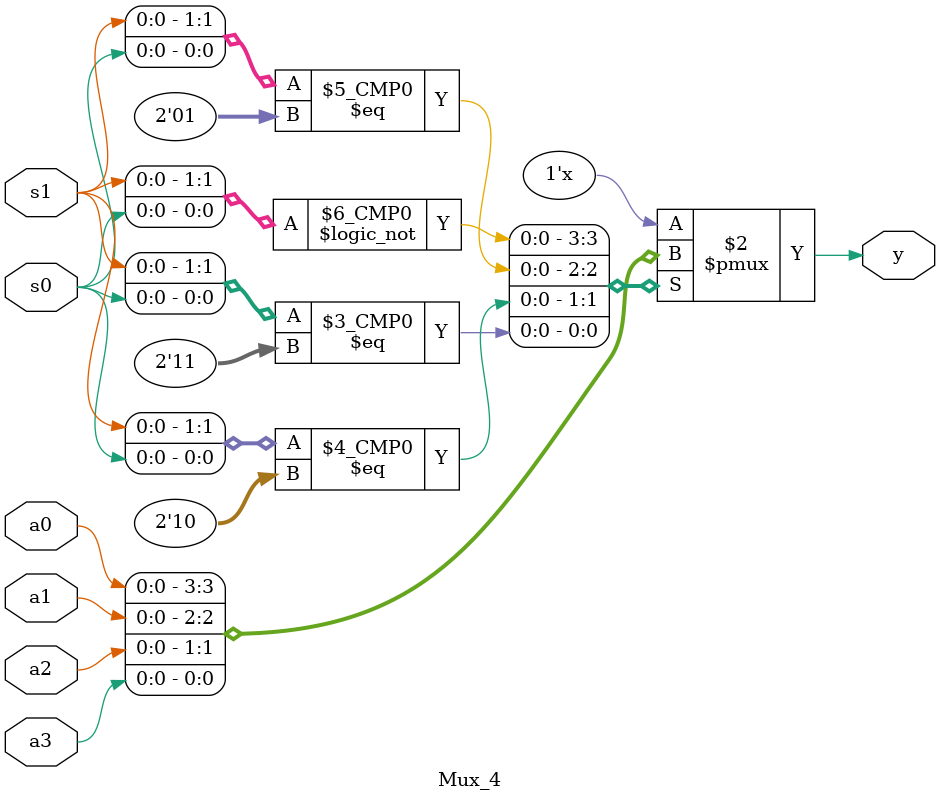
<source format=v>
`timescale 1ns / 1ps


module Mux_4(s0,s1,a0,a1,a2,a3,y);
    input  s0,s1,a0,a1,a2,a3;
    output reg y;
    always @(*)
    begin
    case({s1,s0})
    2'b00 : y=a0;
    2'b01 : y=a1;
    2'b10 : y=a2;
    2'b11 : y=a3;
    endcase
    end
    endmodule

</source>
